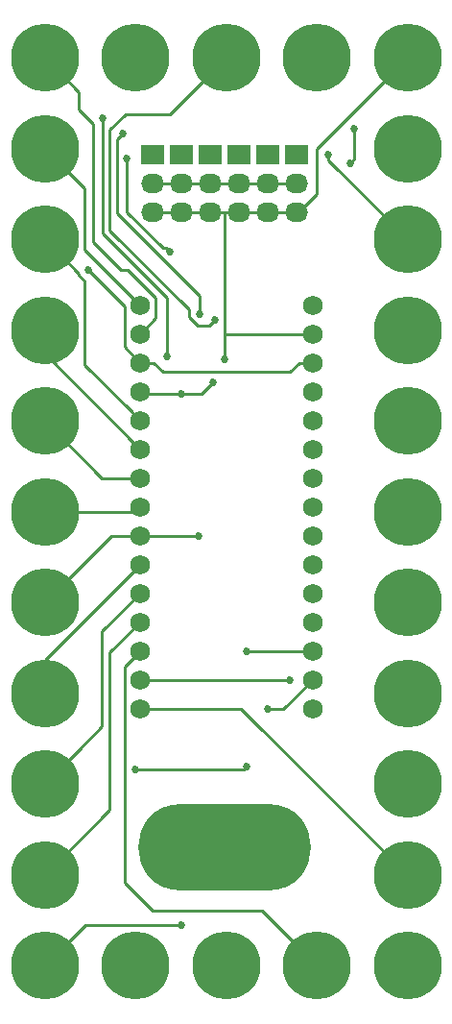
<source format=gtl>
%TF.GenerationSoftware,KiCad,Pcbnew,4.0.7-e2-6376~58~ubuntu16.04.1*%
%TF.CreationDate,2018-05-08T08:28:32-07:00*%
%TF.ProjectId,5x11-Arduino-Nano-Robot-Version,357831312D41726475696E6F2D4E616E,v1.6*%
%TF.FileFunction,Copper,L1,Top,Signal*%
%FSLAX46Y46*%
G04 Gerber Fmt 4.6, Leading zero omitted, Abs format (unit mm)*
G04 Created by KiCad (PCBNEW 4.0.7-e2-6376~58~ubuntu16.04.1) date Tue May  8 08:28:32 2018*
%MOMM*%
%LPD*%
G01*
G04 APERTURE LIST*
%ADD10C,0.350000*%
%ADD11C,1.727200*%
%ADD12C,6.000000*%
%ADD13O,15.240000X7.620000*%
%ADD14R,2.032000X1.727200*%
%ADD15O,2.032000X1.727200*%
%ADD16C,0.685800*%
%ADD17C,0.254000*%
%ADD18C,0.330200*%
%ADD19C,0.350000*%
G04 APERTURE END LIST*
D10*
D11*
X26822000Y-132653500D03*
X26822000Y-130113500D03*
X26822000Y-127573500D03*
X26822000Y-125033500D03*
X26822000Y-122493500D03*
X26822000Y-119953500D03*
X26822000Y-117413500D03*
X26822000Y-114873500D03*
X26822000Y-112333500D03*
X26822000Y-109793500D03*
X26822000Y-107253500D03*
X26822000Y-104713500D03*
X26822000Y-102173500D03*
X26822000Y-99633500D03*
X11582000Y-99633500D03*
X11582000Y-107253500D03*
X11582000Y-127573500D03*
X11582000Y-112333500D03*
X11582000Y-109793500D03*
X11582000Y-130113500D03*
X11582000Y-122493500D03*
X11582000Y-132653500D03*
X11582000Y-119953500D03*
X11582000Y-117413500D03*
X11582000Y-114873500D03*
X11582000Y-125033500D03*
X11582000Y-102173500D03*
X11582000Y-104713500D03*
D12*
X3175000Y-115315000D03*
X3176000Y-123315000D03*
X3176000Y-139315000D03*
X3176000Y-107315000D03*
X3176000Y-147315000D03*
X3176000Y-131315000D03*
X3175000Y-99315000D03*
X3175000Y-91315000D03*
X3176000Y-155315000D03*
X11175000Y-155315000D03*
X19175000Y-155315000D03*
X27175000Y-155315000D03*
X19175000Y-75315000D03*
X27175000Y-75315000D03*
X3176000Y-75315000D03*
X11175000Y-75315000D03*
X35175000Y-75315000D03*
X35175000Y-91315000D03*
X35175000Y-99315000D03*
X35175000Y-107315000D03*
X35175000Y-115315000D03*
X35175000Y-123315000D03*
X35175000Y-131315000D03*
X35175000Y-139315000D03*
X35175000Y-147315000D03*
X35175000Y-155315000D03*
D11*
X11582000Y-97093500D03*
X26822000Y-97093500D03*
D12*
X3175000Y-83315000D03*
X35175000Y-83315000D03*
D13*
X19050000Y-144907000D03*
D14*
X25400000Y-83820000D03*
D15*
X25400000Y-86360000D03*
X25400000Y-88900000D03*
D14*
X17780000Y-83820000D03*
D15*
X17780000Y-86360000D03*
X17780000Y-88900000D03*
D14*
X22860000Y-83820000D03*
D15*
X22860000Y-86360000D03*
X22860000Y-88900000D03*
D14*
X20320000Y-83820000D03*
D15*
X20320000Y-86360000D03*
X20320000Y-88900000D03*
D14*
X15240000Y-83820000D03*
D15*
X15240000Y-86360000D03*
X15240000Y-88900000D03*
D14*
X12700000Y-83820000D03*
D15*
X12700000Y-86360000D03*
X12700000Y-88900000D03*
D16*
X18034000Y-103886000D03*
X19050000Y-101854000D03*
X15240000Y-104902000D03*
X15240000Y-151765000D03*
X14227684Y-92427625D03*
X10432932Y-84158645D03*
X10076620Y-81958620D03*
X16871120Y-97936880D03*
X16764000Y-117413500D03*
X28213090Y-83820000D03*
X24765000Y-130175000D03*
X6985000Y-93980000D03*
X18161000Y-98425000D03*
X22860000Y-132715000D03*
X20955000Y-127635000D03*
X30099000Y-84582000D03*
X30480000Y-81534000D03*
X20955000Y-137795000D03*
X11175000Y-138050000D03*
X13970000Y-101600000D03*
X8255000Y-80645000D03*
D17*
X3175000Y-99315000D02*
X3175000Y-101386500D01*
X3175000Y-101386500D02*
X11582000Y-109793500D01*
X17018000Y-104902000D02*
X18034000Y-103886000D01*
X15240000Y-104902000D02*
X17018000Y-104902000D01*
X19050000Y-100584000D02*
X19050000Y-100965000D01*
X19050000Y-99633500D02*
X19050000Y-100584000D01*
X19050000Y-100584000D02*
X19050000Y-101854000D01*
X15240000Y-104902000D02*
X11770500Y-104902000D01*
X11770500Y-104902000D02*
X11582000Y-104713500D01*
X26822000Y-99633500D02*
X19050000Y-99633500D01*
X19050000Y-88900000D02*
X19050000Y-99633500D01*
X19050000Y-88900000D02*
X17780000Y-88900000D01*
X35175000Y-75315000D02*
X27178000Y-83312000D01*
X27178000Y-87274400D02*
X25552400Y-88900000D01*
X27178000Y-83312000D02*
X27178000Y-87274400D01*
X25552400Y-88900000D02*
X25400000Y-88900000D01*
X25400000Y-88900000D02*
X22860000Y-88900000D01*
X22860000Y-88900000D02*
X20320000Y-88900000D01*
X20320000Y-88900000D02*
X19050000Y-88900000D01*
X17780000Y-88900000D02*
X15240000Y-88900000D01*
X6726000Y-151765000D02*
X15240000Y-151765000D01*
X3176000Y-155315000D02*
X6726000Y-151765000D01*
X12700000Y-88900000D02*
X15240000Y-88900000D01*
X13579457Y-92084726D02*
X13884785Y-92084726D01*
X10432932Y-84158645D02*
X10432932Y-88938201D01*
X10432932Y-88938201D02*
X13579457Y-92084726D01*
X13884785Y-92084726D02*
X14227684Y-92427625D01*
X3175000Y-115315000D02*
X11140500Y-115315000D01*
X11140500Y-115315000D02*
X11582000Y-114873500D01*
X16871120Y-97936880D02*
X16871120Y-96301300D01*
X9563022Y-82472218D02*
X9733721Y-82301519D01*
X16871120Y-96301300D02*
X9563022Y-88993202D01*
X9563022Y-88993202D02*
X9563022Y-82472218D01*
X9733721Y-82301519D02*
X10076620Y-81958620D01*
X11582000Y-117413500D02*
X12803314Y-117413500D01*
X12803314Y-117413500D02*
X16764000Y-117413500D01*
X11582000Y-117413500D02*
X9077500Y-117413500D01*
X9077500Y-117413500D02*
X3176000Y-123315000D01*
X28213090Y-84304933D02*
X28213090Y-83820000D01*
X28213090Y-84353090D02*
X28213090Y-84304933D01*
X35175000Y-91315000D02*
X28213090Y-84353090D01*
X9889100Y-93999010D02*
X7473989Y-91583899D01*
X12972601Y-98242899D02*
X12972601Y-96447512D01*
X10524099Y-93999010D02*
X9889100Y-93999010D01*
X6175999Y-78314999D02*
X3176000Y-75315000D01*
X12972601Y-96447512D02*
X10524099Y-93999010D01*
X11582000Y-99633500D02*
X12972601Y-98242899D01*
X7473989Y-81151443D02*
X6175999Y-79853453D01*
X6175999Y-79853453D02*
X6175999Y-78314999D01*
X7473989Y-91583899D02*
X7473989Y-81151443D01*
X11582000Y-97093500D02*
X6702001Y-92213501D01*
X6702001Y-92213501D02*
X6702001Y-86842001D01*
X6702001Y-86842001D02*
X3175000Y-83315000D01*
X10718401Y-106389901D02*
X11582000Y-107253500D01*
X6702001Y-94984457D02*
X6702001Y-102373501D01*
X6174999Y-94457455D02*
X6702001Y-94984457D01*
X6174999Y-94314999D02*
X6174999Y-94457455D01*
X3175000Y-91315000D02*
X6174999Y-94314999D01*
X6702001Y-102373501D02*
X10718401Y-106389901D01*
X12700000Y-150495000D02*
X22355000Y-150495000D01*
X22355000Y-150495000D02*
X27175000Y-155315000D01*
X10191399Y-147986399D02*
X12700000Y-150495000D01*
X11582000Y-127573500D02*
X10191399Y-128964101D01*
X10191399Y-128964101D02*
X10191399Y-147986399D01*
X3176000Y-107315000D02*
X8194500Y-112333500D01*
X8194500Y-112333500D02*
X11582000Y-112333500D01*
X19431000Y-130113500D02*
X11582000Y-130113500D01*
X19623500Y-130113500D02*
X19431000Y-130113500D01*
X24703500Y-130113500D02*
X24765000Y-130175000D01*
X19431000Y-130113500D02*
X24703500Y-130113500D01*
X8235989Y-134255011D02*
X6175999Y-136315001D01*
X6175999Y-136315001D02*
X3176000Y-139315000D01*
X8235989Y-127454600D02*
X8235989Y-134255011D01*
X8235990Y-125839510D02*
X8235989Y-127454600D01*
X11582000Y-122493500D02*
X8235990Y-125839510D01*
X11582000Y-132653500D02*
X20513500Y-132653500D01*
X20513500Y-132653500D02*
X35175000Y-147315000D01*
X11582000Y-119953500D02*
X3176000Y-128359500D01*
X3176000Y-128359500D02*
X3176000Y-131315000D01*
X12803314Y-102173500D02*
X11582000Y-102173500D01*
X13645912Y-103016098D02*
X12803314Y-102173500D01*
X24758088Y-103016098D02*
X13645912Y-103016098D01*
X25600686Y-102173500D02*
X24758088Y-103016098D01*
X26822000Y-102173500D02*
X25600686Y-102173500D01*
X10191399Y-97186399D02*
X6985000Y-93980000D01*
X11582000Y-102173500D02*
X10191399Y-100782899D01*
X10191399Y-100782899D02*
X10191399Y-97186399D01*
X17653000Y-98933000D02*
X17818101Y-98767899D01*
X8909011Y-90512600D02*
X15894010Y-97497599D01*
X10287000Y-80264000D02*
X8909011Y-81641989D01*
X17818101Y-98767899D02*
X18161000Y-98425000D01*
X19175000Y-75315000D02*
X14226000Y-80264000D01*
X15894010Y-97497599D02*
X15894010Y-98190010D01*
X14226000Y-80264000D02*
X10287000Y-80264000D01*
X16637000Y-98933000D02*
X17653000Y-98933000D01*
X15894010Y-98190010D02*
X16637000Y-98933000D01*
X8909011Y-81641989D02*
X8909011Y-90512600D01*
X22860000Y-132715000D02*
X24220500Y-132715000D01*
X24220500Y-132715000D02*
X26822000Y-130113500D01*
X12700000Y-86360000D02*
X15240000Y-86360000D01*
X26822000Y-127573500D02*
X21016500Y-127573500D01*
X21016500Y-127573500D02*
X20955000Y-127635000D01*
X30480000Y-83947000D02*
X30480000Y-84201000D01*
X30480000Y-84201000D02*
X30099000Y-84582000D01*
X30480000Y-81534000D02*
X30480000Y-83947000D01*
X25400000Y-86360000D02*
X22860000Y-86360000D01*
X22860000Y-86360000D02*
X20320000Y-86360000D01*
X20320000Y-86360000D02*
X17780000Y-86360000D01*
X15240000Y-86360000D02*
X17780000Y-86360000D01*
X11175000Y-138050000D02*
X20700000Y-138050000D01*
X20700000Y-138050000D02*
X20955000Y-137795000D01*
X13970000Y-96498499D02*
X13970000Y-101600000D01*
X8255000Y-80645000D02*
X8255000Y-86995000D01*
X8255000Y-86995000D02*
X8255000Y-90783499D01*
X8255000Y-90783499D02*
X13970000Y-96498499D01*
X8890000Y-127725500D02*
X8890000Y-141601000D01*
X8890000Y-141601000D02*
X3176000Y-147315000D01*
X11582000Y-125033500D02*
X8890000Y-127725500D01*
D18*
X18034000Y-103886000D03*
X19050000Y-101854000D03*
X15240000Y-104902000D03*
X15240000Y-151765000D03*
X14227684Y-92427625D03*
X10432932Y-84158645D03*
X10076620Y-81958620D03*
X16871120Y-97936880D03*
X16764000Y-117413500D03*
X28213090Y-83820000D03*
X24765000Y-130175000D03*
X6985000Y-93980000D03*
X18161000Y-98425000D03*
X22860000Y-132715000D03*
X20955000Y-127635000D03*
X30099000Y-84582000D03*
X30480000Y-81534000D03*
X20955000Y-137795000D03*
X11175000Y-138050000D03*
X13970000Y-101600000D03*
X8255000Y-80645000D03*
D19*
X26822000Y-132653500D03*
X26822000Y-130113500D03*
X26822000Y-127573500D03*
X26822000Y-125033500D03*
X26822000Y-122493500D03*
X26822000Y-119953500D03*
X26822000Y-117413500D03*
X26822000Y-114873500D03*
X26822000Y-112333500D03*
X26822000Y-109793500D03*
X26822000Y-107253500D03*
X26822000Y-104713500D03*
X26822000Y-102173500D03*
X26822000Y-99633500D03*
X11582000Y-99633500D03*
X11582000Y-107253500D03*
X11582000Y-127573500D03*
X11582000Y-112333500D03*
X11582000Y-109793500D03*
X11582000Y-130113500D03*
X11582000Y-122493500D03*
X11582000Y-132653500D03*
X11582000Y-119953500D03*
X11582000Y-117413500D03*
X11582000Y-114873500D03*
X11582000Y-125033500D03*
X11582000Y-102173500D03*
X11582000Y-104713500D03*
X3175000Y-115315000D03*
X3176000Y-123315000D03*
X3176000Y-139315000D03*
X3176000Y-107315000D03*
X3176000Y-147315000D03*
X3176000Y-131315000D03*
X3175000Y-99315000D03*
X3175000Y-91315000D03*
X3176000Y-155315000D03*
X11175000Y-155315000D03*
X19175000Y-155315000D03*
X27175000Y-155315000D03*
X19175000Y-75315000D03*
X27175000Y-75315000D03*
X3176000Y-75315000D03*
X11175000Y-75315000D03*
X35175000Y-75315000D03*
X35175000Y-91315000D03*
X35175000Y-99315000D03*
X35175000Y-107315000D03*
X35175000Y-115315000D03*
X35175000Y-123315000D03*
X35175000Y-131315000D03*
X35175000Y-139315000D03*
X35175000Y-147315000D03*
X35175000Y-155315000D03*
X11582000Y-97093500D03*
X26822000Y-97093500D03*
X3175000Y-83315000D03*
X35175000Y-83315000D03*
X25400000Y-83820000D03*
X25400000Y-86360000D03*
X25400000Y-88900000D03*
X17780000Y-83820000D03*
X17780000Y-86360000D03*
X17780000Y-88900000D03*
X22860000Y-83820000D03*
X22860000Y-86360000D03*
X22860000Y-88900000D03*
X20320000Y-83820000D03*
X20320000Y-86360000D03*
X20320000Y-88900000D03*
X15240000Y-83820000D03*
X15240000Y-86360000D03*
X15240000Y-88900000D03*
X12700000Y-83820000D03*
X12700000Y-86360000D03*
X12700000Y-88900000D03*
M02*

</source>
